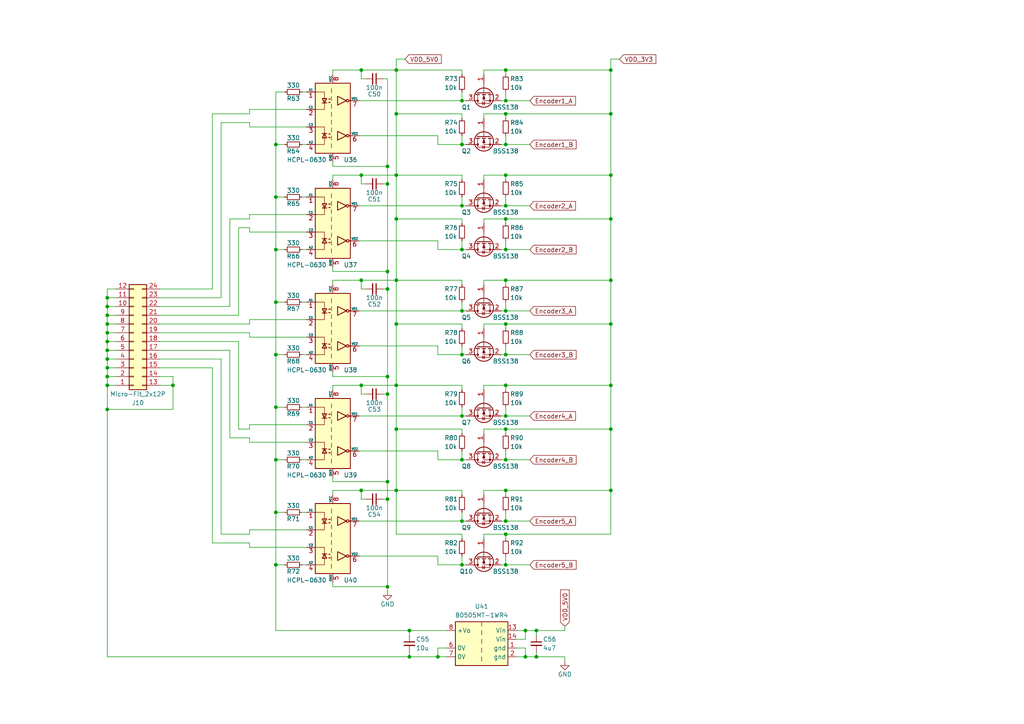
<source format=kicad_sch>
(kicad_sch (version 20231120) (generator "eeschema") (generator_version "8.0")
  (paper "A4")
  (lib_symbols
    (symbol "Connector_Generic:Conn_02x12_Odd_Even" (pin_names (offset 1.016) hide)
      (property "Reference" "J13" (at 1.27 17.78 0))
      (property "Value" "Micro-Fit_2x12P" (at 1.27 15.24 0))
      (symbol "Conn_02x12_Odd_Even_1_1"
        (pin passive line (at -5.08 12.7 0) (length 3.81) (name "Pin_1") (number "1"))
        (pin passive line (at -5.08 -10.16 0) (length 3.81) (name "Pin_19") (number "10"))
        (pin passive line (at -5.08 -12.7 0) (length 3.81) (name "Pin_21") (number "11"))
        (pin passive line (at -5.08 -15.24 0) (length 3.81) (name "Pin_23") (number "12"))
        (pin passive line (at 7.62 12.7 180) (length 3.81) (name "Pin_2") (number "13"))
        (pin passive line (at 7.62 10.16 180) (length 3.81) (name "Pin_4") (number "14"))
        (pin passive line (at 7.62 7.62 180) (length 3.81) (name "Pin_6") (number "15"))
        (pin passive line (at 7.62 5.08 180) (length 3.81) (name "Pin_8") (number "16"))
        (pin passive line (at 7.62 2.54 180) (length 3.81) (name "Pin_10") (number "17"))
        (pin passive line (at 7.62 0 180) (length 3.81) (name "Pin_12") (number "18"))
        (pin passive line (at 7.62 -2.54 180) (length 3.81) (name "Pin_14") (number "19"))
        (pin passive line (at -5.08 10.16 0) (length 3.81) (name "Pin_3") (number "2"))
        (pin passive line (at 7.62 -5.08 180) (length 3.81) (name "Pin_16") (number "20"))
        (pin passive line (at 7.62 -7.62 180) (length 3.81) (name "Pin_18") (number "21"))
        (pin passive line (at 7.62 -10.16 180) (length 3.81) (name "Pin_20") (number "22"))
        (pin passive line (at 7.62 -12.7 180) (length 3.81) (name "Pin_22") (number "23"))
        (pin passive line (at 7.62 -15.24 180) (length 3.81) (name "Pin_24") (number "24"))
        (pin passive line (at -5.08 7.62 0) (length 3.81) (name "Pin_5") (number "3"))
        (pin passive line (at -5.08 5.08 0) (length 3.81) (name "Pin_7") (number "4"))
        (pin passive line (at -5.08 2.54 0) (length 3.81) (name "Pin_9") (number "5"))
        (pin passive line (at -5.08 0 0) (length 3.81) (name "Pin_11") (number "6"))
        (pin passive line (at -5.08 -2.54 0) (length 3.81) (name "Pin_13") (number "7"))
        (pin passive line (at -5.08 -5.08 0) (length 3.81) (name "Pin_15") (number "8"))
        (pin passive line (at -5.08 -7.62 0) (length 3.81) (name "Pin_17") (number "9"))
      )
    )
    (symbol "Device:C_Small" (pin_numbers hide) (pin_names (offset 0.254) hide)
      (property "Reference" "C" (at 0.254 1.778 0))
      (property "Value" "C_Small" (at 0.254 -2.032 0))
      (symbol "C_Small_1_1"
        (pin passive line (at 0 2.54 270) (length 2.032) (name "~") (number "1"))
        (pin passive line (at 0 -2.54 90) (length 2.032) (name "~") (number "2"))
      )
    )
    (symbol "Device:R_Small" (pin_numbers hide) (pin_names (offset 0.254) hide)
      (property "Reference" "R" (at 0.762 0.508 0))
      (property "Value" "R_Small" (at 0.762 -1.016 0))
      (symbol "R_Small_1_1"
        (pin passive line (at 0 2.54 270) (length 0.762) (name "~") (number "1"))
        (pin passive line (at 0 -2.54 90) (length 0.762) (name "~") (number "2"))
      )
    )
    (symbol "ISO1050DUB_1"
      (property "Reference" "U4" (at 0 9.525 0))
      (property "Value" "ISO1050DUB" (at 0 6.985 0))
      (symbol "ISO1050DUB_1_1_1"
        (pin input line (at -10.16 -2.54 0) (length 2.54) (name "gnd") (number "1"))
        (pin power_in line (at -10.16 2.54 0) (length 2.54) (name "Vin") (number "13"))
        (pin output line (at -10.16 0 0) (length 2.54) (name "Vin") (number "14"))
        (pin power_in line (at -10.16 -5.08 0) (length 2.54) (name "gnd") (number "2"))
        (pin power_in line (at 10.16 -2.54 180) (length 2.54) (name "0V") (number "6"))
        (pin power_in line (at 10.16 -5.08 180) (length 2.54) (name "0V") (number "7"))
        (pin bidirectional line (at 10.16 2.54 180) (length 2.54) (name "+Vo") (number "8"))
      )
    )
    (symbol "Isolator:HCPL-0630" (pin_names (offset 0))
      (property "Reference" "U" (at -4.064 11.43 0))
      (property "Value" "HCPL-0630" (at 7.874 11.43 0))
      (symbol "HCPL-0630_1_1"
        (pin passive line (at -7.62 7.62 0) (length 2.54) (name "A1") (number "1"))
        (pin passive line (at -7.62 2.54 0) (length 2.54) (name "C1") (number "2"))
        (pin passive line (at -7.62 -2.54 0) (length 2.54) (name "C2") (number "3"))
        (pin passive line (at -7.62 -7.62 0) (length 2.54) (name "A2") (number "4"))
        (pin power_in line (at 0 -12.7 90) (length 2.54) (name "GND") (number "5"))
        (pin open_collector line (at 7.62 -5.08 180) (length 2.54) (name "VO2") (number "6"))
        (pin open_collector line (at 7.62 5.08 180) (length 2.54) (name "VO1") (number "7"))
        (pin power_in line (at 0 12.7 270) (length 2.54) (name "VCC") (number "8"))
      )
    )
    (symbol "Transistor_FET:BSS138" (pin_names hide)
      (property "Reference" "Q" (at 5.08 1.905 0))
      (property "Value" "BSS138" (at 5.08 0 0))
      (symbol "BSS138_1_1"
        (pin input line (at -5.08 0 0) (length 2.54) (name "G") (number "1"))
        (pin passive line (at 2.54 -5.08 90) (length 2.54) (name "S") (number "2"))
        (pin passive line (at 2.54 5.08 270) (length 2.54) (name "D") (number "3"))
      )
    )
    (symbol "power:GND" (power) (pin_names (offset 0))
      (property "Value" "GND" (at 0 -3.81 0))
      (symbol "GND_1_1"
        (pin power_in line (at 0 0 270) (length 0) hide (name "GND") (number "1"))
      )
    )
  )
  (junction (at 114.935 50.8))
  (junction (at 152.4 182.88))
  (junction (at 114.935 63.5))
  (junction (at 133.985 120.65))
  (junction (at 146.685 63.5))
  (junction (at 133.985 133.35))
  (junction (at 118.745 182.88))
  (junction (at 146.685 142.24))
  (junction (at 146.685 72.39))
  (junction (at 112.395 109.22))
  (junction (at 146.685 102.87))
  (junction (at 80.01 133.35))
  (junction (at 104.775 111.76))
  (junction (at 31.115 86.36))
  (junction (at 80.01 57.15))
  (junction (at 177.165 142.24))
  (junction (at 31.115 96.52))
  (junction (at 80.01 87.63))
  (junction (at 114.935 142.24))
  (junction (at 133.985 72.39))
  (junction (at 31.115 88.9))
  (junction (at 155.575 190.5))
  (junction (at 31.115 93.98))
  (junction (at 31.115 101.6))
  (junction (at 152.4 190.5))
  (junction (at 112.395 83.82))
  (junction (at 31.115 109.22))
  (junction (at 133.985 163.83))
  (junction (at 133.985 90.17))
  (junction (at 146.685 154.94))
  (junction (at 112.395 144.78))
  (junction (at 133.985 29.21))
  (junction (at 118.745 190.5))
  (junction (at 31.115 106.68))
  (junction (at 133.985 59.69))
  (junction (at 155.575 182.88))
  (junction (at 146.685 163.83))
  (junction (at 114.935 81.28))
  (junction (at 146.685 20.32))
  (junction (at 177.165 93.98))
  (junction (at 177.165 63.5))
  (junction (at 177.165 111.76))
  (junction (at 112.395 53.34))
  (junction (at 146.685 93.98))
  (junction (at 177.165 50.8))
  (junction (at 146.685 81.28))
  (junction (at 177.165 33.02))
  (junction (at 80.01 102.87))
  (junction (at 133.985 102.87))
  (junction (at 177.165 81.28))
  (junction (at 112.395 170.18))
  (junction (at 146.685 111.76))
  (junction (at 104.775 142.24))
  (junction (at 146.685 33.02))
  (junction (at 146.685 133.35))
  (junction (at 133.985 151.13))
  (junction (at 112.395 78.74))
  (junction (at 104.775 50.8))
  (junction (at 80.01 163.83))
  (junction (at 31.115 99.06))
  (junction (at 114.935 93.98))
  (junction (at 104.775 81.28))
  (junction (at 80.01 148.59))
  (junction (at 146.685 124.46))
  (junction (at 146.685 90.17))
  (junction (at 80.01 72.39))
  (junction (at 177.165 20.32))
  (junction (at 177.165 124.46))
  (junction (at 146.685 29.21))
  (junction (at 31.115 111.76))
  (junction (at 133.985 41.91))
  (junction (at 114.935 20.32))
  (junction (at 112.395 48.26))
  (junction (at 146.685 50.8))
  (junction (at 80.01 118.11))
  (junction (at 104.775 20.32))
  (junction (at 112.395 114.3))
  (junction (at 80.01 41.91))
  (junction (at 146.685 41.91))
  (junction (at 31.115 91.44))
  (junction (at 50.165 111.76))
  (junction (at 146.685 151.13))
  (junction (at 31.115 118.745))
  (junction (at 146.685 59.69))
  (junction (at 114.935 124.46))
  (junction (at 31.115 104.14))
  (junction (at 114.935 33.02))
  (junction (at 112.395 139.7))
  (junction (at 146.685 120.65))
  (junction (at 114.935 111.76))
  (junction (at 127 190.5))
  (wire (pts (xy 96.52 20.32) (xy 104.775 20.32)))
  (wire (pts (xy 133.985 102.87) (xy 133.985 100.33)))
  (wire (pts (xy 104.14 90.17) (xy 133.985 90.17)))
  (wire (pts (xy 96.52 50.8) (xy 104.775 50.8)))
  (wire (pts (xy 133.985 113.03) (xy 133.985 111.76)))
  (wire (pts (xy 140.335 50.8) (xy 146.685 50.8)))
  (wire (pts (xy 33.655 86.36) (xy 31.115 86.36)))
  (wire (pts (xy 72.39 158.75) (xy 72.39 157.48)))
  (wire (pts (xy 114.935 142.24) (xy 114.935 124.46)))
  (wire (pts (xy 80.01 87.63) (xy 80.01 102.87)))
  (wire (pts (xy 140.335 124.46) (xy 146.685 124.46)))
  (wire (pts (xy 46.355 96.52) (xy 72.39 96.52)))
  (wire (pts (xy 114.935 17.145) (xy 114.935 20.32)))
  (wire (pts (xy 31.115 93.98) (xy 31.115 96.52)))
  (wire (pts (xy 135.255 163.83) (xy 133.985 163.83)))
  (wire (pts (xy 64.135 154.94) (xy 72.39 154.94)))
  (wire (pts (xy 129.54 187.96) (xy 127 187.96)))
  (wire (pts (xy 88.9 92.71) (xy 72.39 92.71)))
  (wire (pts (xy 146.685 93.98) (xy 177.165 93.98)))
  (wire (pts (xy 106.045 22.86) (xy 104.775 22.86)))
  (wire (pts (xy 133.985 34.29) (xy 133.985 33.02)))
  (wire (pts (xy 80.01 41.91) (xy 82.55 41.91)))
  (wire (pts (xy 88.9 67.31) (xy 72.39 67.31)))
  (wire (pts (xy 80.01 26.67) (xy 80.01 41.91)))
  (wire (pts (xy 140.335 63.5) (xy 146.685 63.5)))
  (wire (pts (xy 31.115 96.52) (xy 31.115 99.06)))
  (wire (pts (xy 127 161.29) (xy 127 163.83)))
  (wire (pts (xy 66.675 63.5) (xy 72.39 63.5)))
  (wire (pts (xy 140.335 156.21) (xy 140.335 154.94)))
  (wire (pts (xy 155.575 190.5) (xy 163.83 190.5)))
  (wire (pts (xy 146.685 90.17) (xy 146.685 87.63)))
  (wire (pts (xy 66.675 101.6) (xy 46.355 101.6)))
  (wire (pts (xy 152.4 182.88) (xy 155.575 182.88)))
  (wire (pts (xy 127 187.96) (xy 127 190.5)))
  (wire (pts (xy 135.255 90.17) (xy 133.985 90.17)))
  (wire (pts (xy 87.63 118.11) (xy 88.9 118.11)))
  (wire (pts (xy 46.355 104.14) (xy 64.135 104.14)))
  (wire (pts (xy 146.685 154.94) (xy 146.685 156.21)))
  (wire (pts (xy 114.935 33.02) (xy 114.935 20.32)))
  (wire (pts (xy 104.775 50.8) (xy 114.935 50.8)))
  (wire (pts (xy 146.685 102.87) (xy 146.685 100.33)))
  (wire (pts (xy 80.01 148.59) (xy 80.01 163.83)))
  (wire (pts (xy 177.165 93.98) (xy 177.165 111.76)))
  (wire (pts (xy 140.335 82.55) (xy 140.335 81.28)))
  (wire (pts (xy 104.775 114.3) (xy 104.775 111.76)))
  (wire (pts (xy 146.685 29.21) (xy 153.67 29.21)))
  (wire (pts (xy 96.52 107.95) (xy 96.52 109.22)))
  (wire (pts (xy 177.165 63.5) (xy 177.165 81.28)))
  (wire (pts (xy 133.985 133.35) (xy 133.985 130.81)))
  (wire (pts (xy 96.52 48.26) (xy 112.395 48.26)))
  (wire (pts (xy 61.595 157.48) (xy 61.595 106.68)))
  (wire (pts (xy 80.01 163.83) (xy 82.55 163.83)))
  (wire (pts (xy 146.685 63.5) (xy 146.685 64.77)))
  (wire (pts (xy 33.655 106.68) (xy 31.115 106.68)))
  (wire (pts (xy 66.675 127) (xy 66.675 101.6)))
  (wire (pts (xy 135.255 133.35) (xy 133.985 133.35)))
  (wire (pts (xy 31.115 104.14) (xy 31.115 106.68)))
  (wire (pts (xy 146.685 72.39) (xy 146.685 69.85)))
  (wire (pts (xy 106.045 114.3) (xy 104.775 114.3)))
  (wire (pts (xy 145.415 29.21) (xy 146.685 29.21)))
  (wire (pts (xy 104.14 59.69) (xy 133.985 59.69)))
  (wire (pts (xy 127 72.39) (xy 133.985 72.39)))
  (wire (pts (xy 80.01 163.83) (xy 80.01 182.88)))
  (wire (pts (xy 46.355 83.82) (xy 61.595 83.82)))
  (wire (pts (xy 80.01 118.11) (xy 82.55 118.11)))
  (wire (pts (xy 163.83 181.61) (xy 163.83 182.88)))
  (wire (pts (xy 133.985 90.17) (xy 133.985 87.63)))
  (wire (pts (xy 155.575 189.23) (xy 155.575 190.5)))
  (wire (pts (xy 140.335 81.28) (xy 146.685 81.28)))
  (wire (pts (xy 112.395 78.74) (xy 112.395 83.82)))
  (wire (pts (xy 111.125 144.78) (xy 112.395 144.78)))
  (wire (pts (xy 112.395 114.3) (xy 112.395 139.7)))
  (wire (pts (xy 88.9 62.23) (xy 72.39 62.23)))
  (wire (pts (xy 111.125 22.86) (xy 112.395 22.86)))
  (wire (pts (xy 61.595 157.48) (xy 72.39 157.48)))
  (wire (pts (xy 133.985 29.21) (xy 133.985 26.67)))
  (wire (pts (xy 140.335 33.02) (xy 146.685 33.02)))
  (wire (pts (xy 112.395 170.18) (xy 112.395 171.45)))
  (wire (pts (xy 114.935 81.28) (xy 114.935 63.5)))
  (wire (pts (xy 146.685 111.76) (xy 146.685 113.03)))
  (wire (pts (xy 146.685 50.8) (xy 146.685 52.07)))
  (wire (pts (xy 72.39 97.79) (xy 72.39 96.52)))
  (wire (pts (xy 88.9 158.75) (xy 72.39 158.75)))
  (wire (pts (xy 135.255 151.13) (xy 133.985 151.13)))
  (wire (pts (xy 72.39 67.31) (xy 72.39 66.04)))
  (wire (pts (xy 72.39 153.67) (xy 72.39 154.94)))
  (wire (pts (xy 145.415 41.91) (xy 146.685 41.91)))
  (wire (pts (xy 104.775 81.28) (xy 114.935 81.28)))
  (wire (pts (xy 72.39 66.04) (xy 69.215 66.04)))
  (wire (pts (xy 80.01 118.11) (xy 80.01 133.35)))
  (wire (pts (xy 33.655 109.22) (xy 31.115 109.22)))
  (wire (pts (xy 104.775 83.82) (xy 104.775 81.28)))
  (wire (pts (xy 114.935 20.32) (xy 133.985 20.32)))
  (wire (pts (xy 104.14 120.65) (xy 133.985 120.65)))
  (wire (pts (xy 135.255 29.21) (xy 133.985 29.21)))
  (wire (pts (xy 140.335 154.94) (xy 146.685 154.94)))
  (wire (pts (xy 145.415 90.17) (xy 146.685 90.17)))
  (wire (pts (xy 61.595 106.68) (xy 46.355 106.68)))
  (wire (pts (xy 104.14 161.29) (xy 127 161.29)))
  (wire (pts (xy 118.745 182.88) (xy 129.54 182.88)))
  (wire (pts (xy 146.685 63.5) (xy 177.165 63.5)))
  (wire (pts (xy 118.745 182.88) (xy 118.745 184.15)))
  (wire (pts (xy 96.52 77.47) (xy 96.52 78.74)))
  (wire (pts (xy 66.675 127) (xy 72.39 127)))
  (wire (pts (xy 104.14 29.21) (xy 133.985 29.21)))
  (wire (pts (xy 146.685 41.91) (xy 146.685 39.37)))
  (wire (pts (xy 177.165 20.32) (xy 177.165 33.02)))
  (wire (pts (xy 114.935 154.94) (xy 114.935 142.24)))
  (wire (pts (xy 140.335 52.07) (xy 140.335 50.8)))
  (wire (pts (xy 96.52 52.07) (xy 96.52 50.8)))
  (wire (pts (xy 46.355 99.06) (xy 69.215 99.06)))
  (wire (pts (xy 133.985 125.73) (xy 133.985 124.46)))
  (wire (pts (xy 69.215 99.06) (xy 69.215 124.46)))
  (wire (pts (xy 133.985 93.98) (xy 114.935 93.98)))
  (wire (pts (xy 96.52 168.91) (xy 96.52 170.18)))
  (wire (pts (xy 111.125 83.82) (xy 112.395 83.82)))
  (wire (pts (xy 31.115 88.9) (xy 31.115 91.44)))
  (wire (pts (xy 87.63 72.39) (xy 88.9 72.39)))
  (wire (pts (xy 88.9 123.19) (xy 72.39 123.19)))
  (wire (pts (xy 104.14 69.85) (xy 127 69.85)))
  (wire (pts (xy 133.985 81.28) (xy 114.935 81.28)))
  (wire (pts (xy 96.52 78.74) (xy 112.395 78.74)))
  (wire (pts (xy 72.39 124.46) (xy 69.215 124.46)))
  (wire (pts (xy 104.775 142.24) (xy 114.935 142.24)))
  (wire (pts (xy 135.255 59.69) (xy 133.985 59.69)))
  (wire (pts (xy 80.01 72.39) (xy 80.01 87.63)))
  (wire (pts (xy 146.685 142.24) (xy 177.165 142.24)))
  (wire (pts (xy 96.52 113.03) (xy 96.52 111.76)))
  (wire (pts (xy 177.165 81.28) (xy 177.165 93.98)))
  (wire (pts (xy 135.255 72.39) (xy 133.985 72.39)))
  (wire (pts (xy 146.685 124.46) (xy 177.165 124.46)))
  (wire (pts (xy 133.985 64.77) (xy 133.985 63.5)))
  (wire (pts (xy 127 130.81) (xy 127 133.35)))
  (wire (pts (xy 64.135 104.14) (xy 64.135 154.94)))
  (wire (pts (xy 87.63 133.35) (xy 88.9 133.35)))
  (wire (pts (xy 145.415 102.87) (xy 146.685 102.87)))
  (wire (pts (xy 133.985 120.65) (xy 133.985 118.11)))
  (wire (pts (xy 140.335 93.98) (xy 146.685 93.98)))
  (wire (pts (xy 31.115 101.6) (xy 31.115 104.14)))
  (wire (pts (xy 146.685 133.35) (xy 146.685 130.81)))
  (wire (pts (xy 31.115 111.76) (xy 33.655 111.76)))
  (wire (pts (xy 72.39 128.27) (xy 72.39 127)))
  (wire (pts (xy 87.63 57.15) (xy 88.9 57.15)))
  (wire (pts (xy 133.985 52.07) (xy 133.985 50.8)))
  (wire (pts (xy 146.685 93.98) (xy 146.685 95.25)))
  (wire (pts (xy 145.415 59.69) (xy 146.685 59.69)))
  (wire (pts (xy 114.935 93.98) (xy 114.935 81.28)))
  (wire (pts (xy 127 69.85) (xy 127 72.39)))
  (wire (pts (xy 33.655 93.98) (xy 31.115 93.98)))
  (wire (pts (xy 146.685 124.46) (xy 146.685 125.73)))
  (wire (pts (xy 104.775 22.86) (xy 104.775 20.32)))
  (wire (pts (xy 133.985 63.5) (xy 114.935 63.5)))
  (wire (pts (xy 133.985 156.21) (xy 133.985 154.94)))
  (wire (pts (xy 33.655 101.6) (xy 31.115 101.6)))
  (wire (pts (xy 104.775 144.78) (xy 104.775 142.24)))
  (wire (pts (xy 155.575 182.88) (xy 163.83 182.88)))
  (wire (pts (xy 146.685 133.35) (xy 153.67 133.35)))
  (wire (pts (xy 177.165 50.8) (xy 177.165 63.5)))
  (wire (pts (xy 96.52 82.55) (xy 96.52 81.28)))
  (wire (pts (xy 106.045 53.34) (xy 104.775 53.34)))
  (wire (pts (xy 146.685 120.65) (xy 153.67 120.65)))
  (wire (pts (xy 133.985 154.94) (xy 114.935 154.94)))
  (wire (pts (xy 61.595 33.02) (xy 72.39 33.02)))
  (wire (pts (xy 140.335 34.29) (xy 140.335 33.02)))
  (wire (pts (xy 80.01 148.59) (xy 82.55 148.59)))
  (wire (pts (xy 133.985 95.25) (xy 133.985 93.98)))
  (wire (pts (xy 80.01 182.88) (xy 118.745 182.88)))
  (wire (pts (xy 66.675 63.5) (xy 66.675 88.9)))
  (wire (pts (xy 87.63 148.59) (xy 88.9 148.59)))
  (wire (pts (xy 31.115 111.76) (xy 31.115 118.745)))
  (wire (pts (xy 112.395 83.82) (xy 112.395 109.22)))
  (wire (pts (xy 127 163.83) (xy 133.985 163.83)))
  (wire (pts (xy 80.01 72.39) (xy 82.55 72.39)))
  (wire (pts (xy 64.135 35.56) (xy 72.39 35.56)))
  (wire (pts (xy 96.52 142.24) (xy 104.775 142.24)))
  (wire (pts (xy 140.335 111.76) (xy 146.685 111.76)))
  (wire (pts (xy 179.705 17.145) (xy 177.165 17.145)))
  (wire (pts (xy 46.355 111.76) (xy 50.165 111.76)))
  (wire (pts (xy 96.52 139.7) (xy 112.395 139.7)))
  (wire (pts (xy 72.39 36.83) (xy 72.39 35.56)))
  (wire (pts (xy 96.52 138.43) (xy 96.52 139.7)))
  (wire (pts (xy 33.655 88.9) (xy 31.115 88.9)))
  (wire (pts (xy 46.355 109.22) (xy 50.165 109.22)))
  (wire (pts (xy 114.935 124.46) (xy 114.935 111.76)))
  (wire (pts (xy 146.685 72.39) (xy 153.67 72.39)))
  (wire (pts (xy 146.685 20.32) (xy 146.685 21.59)))
  (wire (pts (xy 87.63 102.87) (xy 88.9 102.87)))
  (wire (pts (xy 133.985 142.24) (xy 114.935 142.24)))
  (wire (pts (xy 96.52 21.59) (xy 96.52 20.32)))
  (wire (pts (xy 114.935 50.8) (xy 114.935 33.02)))
  (wire (pts (xy 112.395 48.26) (xy 112.395 53.34)))
  (wire (pts (xy 133.985 111.76) (xy 114.935 111.76)))
  (wire (pts (xy 50.165 111.76) (xy 50.165 118.745)))
  (wire (pts (xy 112.395 22.86) (xy 112.395 48.26)))
  (wire (pts (xy 96.52 111.76) (xy 104.775 111.76)))
  (wire (pts (xy 146.685 33.02) (xy 146.685 34.29)))
  (wire (pts (xy 177.165 142.24) (xy 177.165 154.94)))
  (wire (pts (xy 72.39 31.75) (xy 72.39 33.02)))
  (wire (pts (xy 133.985 21.59) (xy 133.985 20.32)))
  (wire (pts (xy 152.4 185.42) (xy 152.4 182.88)))
  (wire (pts (xy 163.83 190.5) (xy 163.83 191.77)))
  (wire (pts (xy 177.165 33.02) (xy 177.165 50.8)))
  (wire (pts (xy 146.685 120.65) (xy 146.685 118.11)))
  (wire (pts (xy 149.86 187.96) (xy 152.4 187.96)))
  (wire (pts (xy 31.115 106.68) (xy 31.115 109.22)))
  (wire (pts (xy 112.395 53.34) (xy 112.395 78.74)))
  (wire (pts (xy 80.01 57.15) (xy 82.55 57.15)))
  (wire (pts (xy 127 102.87) (xy 133.985 102.87)))
  (wire (pts (xy 104.14 39.37) (xy 127 39.37)))
  (wire (pts (xy 146.685 29.21) (xy 146.685 26.67)))
  (wire (pts (xy 133.985 143.51) (xy 133.985 142.24)))
  (wire (pts (xy 146.685 163.83) (xy 153.67 163.83)))
  (wire (pts (xy 133.985 163.83) (xy 133.985 161.29)))
  (wire (pts (xy 140.335 95.25) (xy 140.335 93.98)))
  (wire (pts (xy 146.685 151.13) (xy 153.67 151.13)))
  (wire (pts (xy 111.125 53.34) (xy 112.395 53.34)))
  (wire (pts (xy 72.39 123.19) (xy 72.39 124.46)))
  (wire (pts (xy 177.165 111.76) (xy 177.165 124.46)))
  (wire (pts (xy 146.685 142.24) (xy 146.685 143.51)))
  (wire (pts (xy 146.685 81.28) (xy 177.165 81.28)))
  (wire (pts (xy 127 39.37) (xy 127 41.91)))
  (wire (pts (xy 72.39 92.71) (xy 72.39 93.98)))
  (wire (pts (xy 80.01 87.63) (xy 82.55 87.63)))
  (wire (pts (xy 133.985 41.91) (xy 133.985 39.37)))
  (wire (pts (xy 133.985 82.55) (xy 133.985 81.28)))
  (wire (pts (xy 145.415 120.65) (xy 146.685 120.65)))
  (wire (pts (xy 88.9 153.67) (xy 72.39 153.67)))
  (wire (pts (xy 87.63 26.67) (xy 88.9 26.67)))
  (wire (pts (xy 50.165 118.745) (xy 31.115 118.745)))
  (wire (pts (xy 96.52 81.28) (xy 104.775 81.28)))
  (wire (pts (xy 66.675 88.9) (xy 46.355 88.9)))
  (wire (pts (xy 146.685 50.8) (xy 177.165 50.8)))
  (wire (pts (xy 146.685 59.69) (xy 153.67 59.69)))
  (wire (pts (xy 146.685 151.13) (xy 146.685 148.59)))
  (wire (pts (xy 87.63 41.91) (xy 88.9 41.91)))
  (wire (pts (xy 80.01 133.35) (xy 80.01 148.59)))
  (wire (pts (xy 80.01 133.35) (xy 82.55 133.35)))
  (wire (pts (xy 31.115 190.5) (xy 118.745 190.5)))
  (wire (pts (xy 104.775 111.76) (xy 114.935 111.76)))
  (wire (pts (xy 111.125 114.3) (xy 112.395 114.3)))
  (wire (pts (xy 112.395 109.22) (xy 112.395 114.3)))
  (wire (pts (xy 96.52 143.51) (xy 96.52 142.24)))
  (wire (pts (xy 31.115 83.82) (xy 31.115 86.36)))
  (wire (pts (xy 104.775 53.34) (xy 104.775 50.8)))
  (wire (pts (xy 145.415 163.83) (xy 146.685 163.83)))
  (wire (pts (xy 88.9 31.75) (xy 72.39 31.75)))
  (wire (pts (xy 145.415 133.35) (xy 146.685 133.35)))
  (wire (pts (xy 80.01 102.87) (xy 82.55 102.87)))
  (wire (pts (xy 146.685 111.76) (xy 177.165 111.76)))
  (wire (pts (xy 87.63 163.83) (xy 88.9 163.83)))
  (wire (pts (xy 140.335 143.51) (xy 140.335 142.24)))
  (wire (pts (xy 145.415 151.13) (xy 146.685 151.13)))
  (wire (pts (xy 31.115 86.36) (xy 31.115 88.9)))
  (wire (pts (xy 106.045 144.78) (xy 104.775 144.78)))
  (wire (pts (xy 127 133.35) (xy 133.985 133.35)))
  (wire (pts (xy 133.985 59.69) (xy 133.985 57.15)))
  (wire (pts (xy 133.985 50.8) (xy 114.935 50.8)))
  (wire (pts (xy 146.685 163.83) (xy 146.685 161.29)))
  (wire (pts (xy 46.355 93.98) (xy 72.39 93.98)))
  (wire (pts (xy 96.52 170.18) (xy 112.395 170.18)))
  (wire (pts (xy 31.115 83.82) (xy 33.655 83.82)))
  (wire (pts (xy 31.115 109.22) (xy 31.115 111.76)))
  (wire (pts (xy 118.745 189.23) (xy 118.745 190.5)))
  (wire (pts (xy 80.01 41.91) (xy 80.01 57.15)))
  (wire (pts (xy 149.86 185.42) (xy 152.4 185.42)))
  (wire (pts (xy 80.01 57.15) (xy 80.01 72.39)))
  (wire (pts (xy 46.355 91.44) (xy 69.215 91.44)))
  (wire (pts (xy 50.165 109.22) (xy 50.165 111.76)))
  (wire (pts (xy 152.4 190.5) (xy 155.575 190.5)))
  (wire (pts (xy 146.685 90.17) (xy 153.67 90.17)))
  (wire (pts (xy 127 190.5) (xy 129.54 190.5)))
  (wire (pts (xy 146.685 81.28) (xy 146.685 82.55)))
  (wire (pts (xy 155.575 182.88) (xy 155.575 184.15)))
  (wire (pts (xy 146.685 20.32) (xy 177.165 20.32)))
  (wire (pts (xy 118.745 190.5) (xy 127 190.5)))
  (wire (pts (xy 146.685 154.94) (xy 177.165 154.94)))
  (wire (pts (xy 88.9 36.83) (xy 72.39 36.83)))
  (wire (pts (xy 31.115 99.06) (xy 31.115 101.6)))
  (wire (pts (xy 127 100.33) (xy 127 102.87)))
  (wire (pts (xy 96.52 46.99) (xy 96.52 48.26)))
  (wire (pts (xy 146.685 41.91) (xy 153.67 41.91)))
  (wire (pts (xy 135.255 102.87) (xy 133.985 102.87)))
  (wire (pts (xy 104.14 130.81) (xy 127 130.81)))
  (wire (pts (xy 33.655 91.44) (xy 31.115 91.44)))
  (wire (pts (xy 133.985 33.02) (xy 114.935 33.02)))
  (wire (pts (xy 104.14 151.13) (xy 133.985 151.13)))
  (wire (pts (xy 146.685 59.69) (xy 146.685 57.15)))
  (wire (pts (xy 72.39 62.23) (xy 72.39 63.5)))
  (wire (pts (xy 133.985 72.39) (xy 133.985 69.85)))
  (wire (pts (xy 88.9 128.27) (xy 72.39 128.27)))
  (wire (pts (xy 149.86 190.5) (xy 152.4 190.5)))
  (wire (pts (xy 117.475 17.145) (xy 114.935 17.145)))
  (wire (pts (xy 140.335 20.32) (xy 146.685 20.32)))
  (wire (pts (xy 133.985 124.46) (xy 114.935 124.46)))
  (wire (pts (xy 33.655 96.52) (xy 31.115 96.52)))
  (wire (pts (xy 140.335 142.24) (xy 146.685 142.24)))
  (wire (pts (xy 46.355 86.36) (xy 64.135 86.36)))
  (wire (pts (xy 61.595 83.82) (xy 61.595 33.02)))
  (wire (pts (xy 152.4 187.96) (xy 152.4 190.5)))
  (wire (pts (xy 31.115 91.44) (xy 31.115 93.98)))
  (wire (pts (xy 177.165 17.145) (xy 177.165 20.32)))
  (wire (pts (xy 106.045 83.82) (xy 104.775 83.82)))
  (wire (pts (xy 146.685 33.02) (xy 177.165 33.02)))
  (wire (pts (xy 87.63 87.63) (xy 88.9 87.63)))
  (wire (pts (xy 31.115 118.745) (xy 31.115 190.5)))
  (wire (pts (xy 33.655 104.14) (xy 31.115 104.14)))
  (wire (pts (xy 145.415 72.39) (xy 146.685 72.39)))
  (wire (pts (xy 114.935 63.5) (xy 114.935 50.8)))
  (wire (pts (xy 127 41.91) (xy 133.985 41.91)))
  (wire (pts (xy 140.335 64.77) (xy 140.335 63.5)))
  (wire (pts (xy 33.655 99.06) (xy 31.115 99.06)))
  (wire (pts (xy 112.395 144.78) (xy 112.395 170.18)))
  (wire (pts (xy 140.335 21.59) (xy 140.335 20.32)))
  (wire (pts (xy 104.14 100.33) (xy 127 100.33)))
  (wire (pts (xy 149.86 182.88) (xy 152.4 182.88)))
  (wire (pts (xy 140.335 113.03) (xy 140.335 111.76)))
  (wire (pts (xy 96.52 109.22) (xy 112.395 109.22)))
  (wire (pts (xy 140.335 125.73) (xy 140.335 124.46)))
  (wire (pts (xy 135.255 120.65) (xy 133.985 120.65)))
  (wire (pts (xy 114.935 111.76) (xy 114.935 93.98)))
  (wire (pts (xy 133.985 151.13) (xy 133.985 148.59)))
  (wire (pts (xy 88.9 97.79) (xy 72.39 97.79)))
  (wire (pts (xy 146.685 102.87) (xy 153.67 102.87)))
  (wire (pts (xy 112.395 139.7) (xy 112.395 144.78)))
  (wire (pts (xy 104.775 20.32) (xy 114.935 20.32)))
  (wire (pts (xy 64.135 86.36) (xy 64.135 35.56)))
  (wire (pts (xy 80.01 102.87) (xy 80.01 118.11)))
  (wire (pts (xy 177.165 124.46) (xy 177.165 142.24)))
  (wire (pts (xy 80.01 26.67) (xy 82.55 26.67)))
  (wire (pts (xy 69.215 66.04) (xy 69.215 91.44)))
  (wire (pts (xy 135.255 41.91) (xy 133.985 41.91)))
  (global_label "VDD_5V0" (shape input) (at 163.83 181.61 90) (property "Intersheetrefs" "${INTERSHEET_REFS}" (effects (hide yes))))
  (global_label "Encoder3_A" (shape input) (at 153.67 90.17 0) (property "Intersheetrefs" "${INTERSHEET_REFS}" (effects (hide yes))))
  (global_label "VDD_5V0" (shape input) (at 117.475 17.145 0) (property "Intersheetrefs" "${INTERSHEET_REFS}" (effects (hide yes))))
  (global_label "Encoder4_B" (shape input) (at 153.67 133.35 0) (property "Intersheetrefs" "${INTERSHEET_REFS}" (effects (hide yes))))
  (global_label "Encoder2_A" (shape input) (at 153.67 59.69 0) (property "Intersheetrefs" "${INTERSHEET_REFS}" (effects (hide yes))))
  (global_label "Encoder1_A" (shape input) (at 153.67 29.21 0) (property "Intersheetrefs" "${INTERSHEET_REFS}" (effects (hide yes))))
  (global_label "VDD_3V3" (shape input) (at 179.705 17.145 0) (property "Intersheetrefs" "${INTERSHEET_REFS}" (effects (hide yes))))
  (global_label "Encoder1_B" (shape input) (at 153.67 41.91 0) (property "Intersheetrefs" "${INTERSHEET_REFS}" (effects (hide yes))))
  (global_label "Encoder5_A" (shape input) (at 153.67 151.13 0) (property "Intersheetrefs" "${INTERSHEET_REFS}" (effects (hide yes))))
  (global_label "Encoder3_B" (shape input) (at 153.67 102.87 0) (property "Intersheetrefs" "${INTERSHEET_REFS}" (effects (hide yes))))
  (global_label "Encoder4_A" (shape input) (at 153.67 120.65 0) (property "Intersheetrefs" "${INTERSHEET_REFS}" (effects (hide yes))))
  (global_label "Encoder2_B" (shape input) (at 153.67 72.39 0) (property "Intersheetrefs" "${INTERSHEET_REFS}" (effects (hide yes))))
  (global_label "Encoder5_B" (shape input) (at 153.67 163.83 0) (property "Intersheetrefs" "${INTERSHEET_REFS}" (effects (hide yes))))
  (symbol (lib_id "Device:R_Small") (at 85.09 148.59 90) (unit 1)
    (property "Reference" "R71" (at 85.09 150.495 90))
    (property "Value" "330" (at 85.09 146.685 90))
    (property "Footprint" "Resistor_SMD:R_0603_1608Metric" (effects (hide yes)))
    (property "Ссылка" "https://www.chipdip.ru/product/0.1w-0603-330-om-1" (effects (hide yes)))
    (property "Цена" "5" (effects (hide yes)))
    (property "Человекопонятное название" "Резистор 330 Ом" (effects (hide yes)))
  )
  (symbol (lib_id "Device:R_Small") (at 85.09 26.67 90) (unit 1)
    (property "Reference" "R63" (at 85.09 28.575 90))
    (property "Value" "330" (at 85.09 24.765 90))
    (property "Footprint" "Resistor_SMD:R_0603_1608Metric" (effects (hide yes)))
    (property "Ссылка" "https://www.chipdip.ru/product/0.1w-0603-330-om-1" (effects (hide yes)))
    (property "Цена" "5" (effects (hide yes)))
    (property "Человекопонятное название" "Резистор 330 Ом" (effects (hide yes)))
  )
  (symbol (lib_id "Transistor_FET:BSS138") (at 140.335 26.67 90) (mirror x) (unit 1)
    (property "Reference" "Q1" (at 135.255 31.115 90))
    (property "Value" "BSS138" (at 146.685 31.115 90))
    (property "Footprint" "Package_TO_SOT_SMD:SOT-23" (effects (hide yes)))
    (property "Datasheet" "https://www.onsemi.com/pub/Collateral/BSS138-D.PDF" (effects (hide yes)))
    (property "Ссылка" "https://www.chipdip.ru/product/bss138-umw" (effects (hide yes)))
    (property "Цена" "3" (effects (hide yes)))
    (property "Человекопонятное название" "Транзистор полевой n типа" (effects (hide yes)))
  )
  (symbol (lib_id "Device:R_Small") (at 146.685 67.31 0) (unit 1)
    (property "Reference" "R86" (at 147.955 66.04 0) (effects (justify left)))
    (property "Value" "10k" (at 147.955 68.58 0) (effects (justify left)))
    (property "Footprint" "Resistor_SMD:R_0805_2012Metric" (effects (hide yes)))
    (property "Ссылка" "https://www.chipdip.ru/product/0.125w-0805-10-kom-5" (effects (hide yes)))
    (property "Цена" "5" (effects (hide yes)))
    (property "Человекопонятное название" "Резистор 10k Ом" (effects (hide yes)))
  )
  (symbol (lib_name "ISO1050DUB_1") (lib_id "Interface_CAN_LIN:ISO1050DUB") (at 139.7 185.42 0) (mirror y) (unit 1)
    (property "Reference" "U41" (at 139.7 175.895 0))
    (property "Value" "B0505MT-1WR4" (at 139.7 178.435 0))
    (property "Footprint" "user_lib:B0505MT-1WR4" (effects (hide yes)))
    (property "Ссылка" "https://www.chipdip.ru/product0/8003333290" (effects (hide yes)))
    (property "Цена" "120" (effects (hide yes)))
    (property "Человекопонятное название" "DC/DC преобразователь" (effects (hide yes)))
  )
  (symbol (lib_id "Isolator:HCPL-0630") (at 96.52 34.29 0) (unit 1)
    (property "Reference" "U36" (at 99.695 46.355 0) (effects (justify left)))
    (property "Value" "HCPL-0630" (at 83.185 46.355 0) (effects (justify left)))
    (property "Footprint" "Package_SO:SOIC-8_3.9x4.9mm_P1.27mm" (effects (hide yes)))
    (property "Datasheet" "https://docs.broadcom.com/docs/AV02-0940EN" (effects (hide yes)))
    (property "Человекопонятное название" "Оптопара двухканальная с логическими уровнями на выходе" (effects (hide yes)))
  )
  (symbol (lib_id "Device:R_Small") (at 133.985 158.75 0) (unit 1)
    (property "Reference" "R82" (at 128.905 157.48 0) (effects (justify left)))
    (property "Value" "10k" (at 128.905 160.02 0) (effects (justify left)))
    (property "Footprint" "Resistor_SMD:R_0805_2012Metric" (effects (hide yes)))
    (property "Ссылка" "https://www.chipdip.ru/product/0.125w-0805-10-kom-5" (effects (hide yes)))
    (property "Цена" "5" (effects (hide yes)))
    (property "Человекопонятное название" "Резистор 10k Ом" (effects (hide yes)))
  )
  (symbol (lib_id "Device:R_Small") (at 85.09 87.63 90) (unit 1)
    (property "Reference" "R67" (at 85.09 89.535 90))
    (property "Value" "330" (at 85.09 85.725 90))
    (property "Footprint" "Resistor_SMD:R_0603_1608Metric" (effects (hide yes)))
    (property "Ссылка" "https://www.chipdip.ru/product/0.1w-0603-330-om-1" (effects (hide yes)))
    (property "Цена" "5" (effects (hide yes)))
    (property "Человекопонятное название" "Резистор 330 Ом" (effects (hide yes)))
  )
  (symbol (lib_id "Device:R_Small") (at 133.985 146.05 0) (unit 1)
    (property "Reference" "R81" (at 128.905 144.78 0) (effects (justify left)))
    (property "Value" "10k" (at 128.905 147.32 0) (effects (justify left)))
    (property "Footprint" "Resistor_SMD:R_0805_2012Metric" (effects (hide yes)))
    (property "Ссылка" "https://www.chipdip.ru/product/0.125w-0805-10-kom-5" (effects (hide yes)))
    (property "Цена" "5" (effects (hide yes)))
    (property "Человекопонятное название" "Резистор 10k Ом" (effects (hide yes)))
  )
  (symbol (lib_id "Transistor_FET:BSS138") (at 140.335 87.63 90) (mirror x) (unit 1)
    (property "Reference" "Q5" (at 135.255 92.075 90))
    (property "Value" "BSS138" (at 146.685 92.075 90))
    (property "Footprint" "Package_TO_SOT_SMD:SOT-23" (effects (hide yes)))
    (property "Datasheet" "https://www.onsemi.com/pub/Collateral/BSS138-D.PDF" (effects (hide yes)))
    (property "Ссылка" "https://www.chipdip.ru/product/bss138-umw" (effects (hide yes)))
    (property "Цена" "3" (effects (hide yes)))
    (property "Человекопонятное название" "Транзистор полевой n типа" (effects (hide yes)))
  )
  (symbol (lib_id "Transistor_FET:BSS138") (at 140.335 69.85 90) (mirror x) (unit 1)
    (property "Reference" "Q4" (at 135.255 74.295 90))
    (property "Value" "BSS138" (at 146.685 74.295 90))
    (property "Footprint" "Package_TO_SOT_SMD:SOT-23" (effects (hide yes)))
    (property "Datasheet" "https://www.onsemi.com/pub/Collateral/BSS138-D.PDF" (effects (hide yes)))
    (property "Ссылка" "https://www.chipdip.ru/product/bss138-umw" (effects (hide yes)))
    (property "Цена" "3" (effects (hide yes)))
    (property "Человекопонятное название" "Транзистор полевой n типа" (effects (hide yes)))
  )
  (symbol (lib_id "Device:R_Small") (at 85.09 118.11 90) (unit 1)
    (property "Reference" "R69" (at 85.09 120.015 90))
    (property "Value" "330" (at 85.09 116.205 90))
    (property "Footprint" "Resistor_SMD:R_0603_1608Metric" (effects (hide yes)))
    (property "Ссылка" "https://www.chipdip.ru/product/0.1w-0603-330-om-1" (effects (hide yes)))
    (property "Цена" "5" (effects (hide yes)))
    (property "Человекопонятное название" "Резистор 330 Ом" (effects (hide yes)))
  )
  (symbol (lib_id "Device:R_Small") (at 146.685 158.75 0) (unit 1)
    (property "Reference" "R92" (at 147.955 157.48 0) (effects (justify left)))
    (property "Value" "10k" (at 147.955 160.02 0) (effects (justify left)))
    (property "Footprint" "Resistor_SMD:R_0805_2012Metric" (effects (hide yes)))
    (property "Ссылка" "https://www.chipdip.ru/product/0.125w-0805-10-kom-5" (effects (hide yes)))
    (property "Цена" "5" (effects (hide yes)))
    (property "Человекопонятное название" "Резистор 10k Ом" (effects (hide yes)))
  )
  (symbol (lib_id "Device:R_Small") (at 146.685 36.83 0) (unit 1)
    (property "Reference" "R84" (at 147.955 35.56 0) (effects (justify left)))
    (property "Value" "10k" (at 147.955 38.1 0) (effects (justify left)))
    (property "Footprint" "Resistor_SMD:R_0805_2012Metric" (effects (hide yes)))
    (property "Ссылка" "https://www.chipdip.ru/product/0.125w-0805-10-kom-5" (effects (hide yes)))
    (property "Цена" "5" (effects (hide yes)))
    (property "Человекопонятное название" "Резистор 10k Ом" (effects (hide yes)))
  )
  (symbol (lib_id "Device:C_Small") (at 118.745 186.69 0) (unit 1)
    (property "Reference" "C55" (at 120.65 185.42 0) (effects (justify left)))
    (property "Value" "10u" (at 120.65 187.96 0) (effects (justify left)))
    (property "Footprint" "Capacitor_SMD:C_0805_2012Metric" (effects (hide yes)))
    (property "Ссылка" "https://www.chipdip.ru/product/grm21br61e106ka73l" (effects (hide yes)))
    (property "Цена" "13" (effects (hide yes)))
    (property "Человекопонятное название" "Конденсатор 10мкФ" (effects (hide yes)))
  )
  (symbol (lib_id "Device:R_Small") (at 85.09 163.83 90) (unit 1)
    (property "Reference" "R72" (at 85.09 165.735 90))
    (property "Value" "330" (at 85.09 161.925 90))
    (property "Footprint" "Resistor_SMD:R_0603_1608Metric" (effects (hide yes)))
    (property "Ссылка" "https://www.chipdip.ru/product/0.1w-0603-330-om-1" (effects (hide yes)))
    (property "Цена" "5" (effects (hide yes)))
    (property "Человекопонятное название" "Резистор 330 Ом" (effects (hide yes)))
  )
  (symbol (lib_id "Device:R_Small") (at 146.685 128.27 0) (unit 1)
    (property "Reference" "R90" (at 147.955 127 0) (effects (justify left)))
    (property "Value" "10k" (at 147.955 129.54 0) (effects (justify left)))
    (property "Footprint" "Resistor_SMD:R_0805_2012Metric" (effects (hide yes)))
    (property "Ссылка" "https://www.chipdip.ru/product/0.125w-0805-10-kom-5" (effects (hide yes)))
    (property "Цена" "5" (effects (hide yes)))
    (property "Человекопонятное название" "Резистор 10k Ом" (effects (hide yes)))
  )
  (symbol (lib_id "Transistor_FET:BSS138") (at 140.335 100.33 90) (mirror x) (unit 1)
    (property "Reference" "Q6" (at 135.255 104.775 90))
    (property "Value" "BSS138" (at 146.685 104.775 90))
    (property "Footprint" "Package_TO_SOT_SMD:SOT-23" (effects (hide yes)))
    (property "Datasheet" "https://www.onsemi.com/pub/Collateral/BSS138-D.PDF" (effects (hide yes)))
    (property "Ссылка" "https://www.chipdip.ru/product/bss138-umw" (effects (hide yes)))
    (property "Цена" "3" (effects (hide yes)))
    (property "Человекопонятное название" "Транзистор полевой n типа" (effects (hide yes)))
  )
  (symbol (lib_id "Device:R_Small") (at 146.685 85.09 0) (unit 1)
    (property "Reference" "R87" (at 147.955 83.82 0) (effects (justify left)))
    (property "Value" "10k" (at 147.955 86.36 0) (effects (justify left)))
    (property "Footprint" "Resistor_SMD:R_0805_2012Metric" (effects (hide yes)))
    (property "Ссылка" "https://www.chipdip.ru/product/0.125w-0805-10-kom-5" (effects (hide yes)))
    (property "Цена" "5" (effects (hide yes)))
    (property "Человекопонятное название" "Резистор 10k Ом" (effects (hide yes)))
  )
  (symbol (lib_id "Device:R_Small") (at 133.985 97.79 0) (unit 1)
    (property "Reference" "R78" (at 128.905 96.52 0) (effects (justify left)))
    (property "Value" "10k" (at 128.905 99.06 0) (effects (justify left)))
    (property "Footprint" "Resistor_SMD:R_0805_2012Metric" (effects (hide yes)))
    (property "Ссылка" "https://www.chipdip.ru/product/0.125w-0805-10-kom-5" (effects (hide yes)))
    (property "Цена" "5" (effects (hide yes)))
    (property "Человекопонятное название" "Резистор 10k Ом" (effects (hide yes)))
  )
  (symbol (lib_id "Device:R_Small") (at 133.985 24.13 0) (unit 1)
    (property "Reference" "R73" (at 128.905 22.86 0) (effects (justify left)))
    (property "Value" "10k" (at 128.905 25.4 0) (effects (justify left)))
    (property "Footprint" "Resistor_SMD:R_0805_2012Metric" (effects (hide yes)))
    (property "Ссылка" "https://www.chipdip.ru/product/0.125w-0805-10-kom-5" (effects (hide yes)))
    (property "Цена" "5" (effects (hide yes)))
    (property "Человекопонятное название" "Резистор 10k Ом" (effects (hide yes)))
  )
  (symbol (lib_id "Device:R_Small") (at 133.985 128.27 0) (unit 1)
    (property "Reference" "R80" (at 128.905 127 0) (effects (justify left)))
    (property "Value" "10k" (at 128.905 129.54 0) (effects (justify left)))
    (property "Footprint" "Resistor_SMD:R_0805_2012Metric" (effects (hide yes)))
    (property "Ссылка" "https://www.chipdip.ru/product/0.125w-0805-10-kom-5" (effects (hide yes)))
    (property "Цена" "5" (effects (hide yes)))
    (property "Человекопонятное название" "Резистор 10k Ом" (effects (hide yes)))
  )
  (symbol (lib_id "Device:C_Small") (at 108.585 53.34 270) (unit 1)
    (property "Reference" "C51" (at 108.585 57.785 90))
    (property "Value" "100n" (at 108.5787 55.88 90))
    (property "Footprint" "Capacitor_SMD:C_0805_2012Metric" (effects (hide yes)))
    (property "Ссылка" "https://www.chipdip.ru/product/grm21br71h104k" (effects (hide yes)))
    (property "Цена" "13" (effects (hide yes)))
    (property "Человекопонятное название" "Конденсатор 100нФ" (effects (hide yes)))
  )
  (symbol (lib_id "Device:R_Small") (at 146.685 115.57 0) (unit 1)
    (property "Reference" "R89" (at 147.955 114.3 0) (effects (justify left)))
    (property "Value" "10k" (at 147.955 116.84 0) (effects (justify left)))
    (property "Footprint" "Resistor_SMD:R_0805_2012Metric" (effects (hide yes)))
    (property "Ссылка" "https://www.chipdip.ru/product/0.125w-0805-10-kom-5" (effects (hide yes)))
    (property "Цена" "5" (effects (hide yes)))
    (property "Человекопонятное название" "Резистор 10k Ом" (effects (hide yes)))
  )
  (symbol (lib_id "Device:C_Small") (at 108.585 144.78 270) (unit 1)
    (property "Reference" "C54" (at 108.585 149.225 90))
    (property "Value" "100n" (at 108.5787 147.32 90))
    (property "Footprint" "Capacitor_SMD:C_0805_2012Metric" (effects (hide yes)))
    (property "Ссылка" "https://www.chipdip.ru/product/grm21br71h104k" (effects (hide yes)))
    (property "Цена" "13" (effects (hide yes)))
    (property "Человекопонятное название" "Конденсатор 100нФ" (effects (hide yes)))
  )
  (symbol (lib_id "Isolator:HCPL-0630") (at 96.52 125.73 0) (unit 1)
    (property "Reference" "U39" (at 99.695 137.795 0) (effects (justify left)))
    (property "Value" "HCPL-0630" (at 83.185 137.795 0) (effects (justify left)))
    (property "Footprint" "Package_SO:SOIC-8_3.9x4.9mm_P1.27mm" (effects (hide yes)))
    (property "Datasheet" "https://docs.broadcom.com/docs/AV02-0940EN" (effects (hide yes)))
    (property "Человекопонятное название" "Оптопара двухканальная с логическими уровнями на выходе" (effects (hide yes)))
  )
  (symbol (lib_id "power:GND") (at 163.83 191.77 0) (unit 1)
    (property "Reference" "#PWR035" (effects (hide yes)))
    (property "Value" "GND" (at 163.83 195.58 0))
  )
  (symbol (lib_id "Device:R_Small") (at 133.985 36.83 0) (unit 1)
    (property "Reference" "R74" (at 128.905 35.56 0) (effects (justify left)))
    (property "Value" "10k" (at 128.905 38.1 0) (effects (justify left)))
    (property "Footprint" "Resistor_SMD:R_0805_2012Metric" (effects (hide yes)))
    (property "Ссылка" "https://www.chipdip.ru/product/0.125w-0805-10-kom-5" (effects (hide yes)))
    (property "Цена" "5" (effects (hide yes)))
    (property "Человекопонятное название" "Резистор 10k Ом" (effects (hide yes)))
  )
  (symbol (lib_id "power:GND") (at 112.395 171.45 0) (unit 1)
    (property "Reference" "#PWR034" (effects (hide yes)))
    (property "Value" "GND" (at 112.395 175.26 0))
  )
  (symbol (lib_id "Isolator:HCPL-0630") (at 96.52 64.77 0) (unit 1)
    (property "Reference" "U37" (at 99.695 76.835 0) (effects (justify left)))
    (property "Value" "HCPL-0630" (at 83.185 76.835 0) (effects (justify left)))
    (property "Footprint" "Package_SO:SOIC-8_3.9x4.9mm_P1.27mm" (effects (hide yes)))
    (property "Datasheet" "https://docs.broadcom.com/docs/AV02-0940EN" (effects (hide yes)))
    (property "Человекопонятное название" "Оптопара двухканальная с логическими уровнями на выходе" (effects (hide yes)))
  )
  (symbol (lib_id "Connector_Generic:Conn_02x12_Odd_Even") (at 38.735 99.06 0) (mirror x) (unit 1)
    (property "Reference" "J10" (at 40.005 116.84 0))
    (property "Value" "Micro-Fit_2x12P" (at 40.005 114.3 0))
    (property "Footprint" "Connector_Molex:Molex_Micro-Fit_3.0_43045-2400_2x12_P3.00mm_Horizontal" (effects (hide yes)))
    (property "Ссылка" "https://www.chipdip.ru/product/sct3001wr-2x12p" (effects (hide yes)))
    (property "Цена" "51" (effects (hide yes)))
    (property "Человекопонятное название" "Разъем Micro-Fit 2x12 М" (effects (hide yes)))
  )
  (symbol (lib_id "Device:R_Small") (at 146.685 54.61 0) (unit 1)
    (property "Reference" "R85" (at 147.955 53.34 0) (effects (justify left)))
    (property "Value" "10k" (at 147.955 55.88 0) (effects (justify left)))
    (property "Footprint" "Resistor_SMD:R_0805_2012Metric" (effects (hide yes)))
    (property "Ссылка" "https://www.chipdip.ru/product/0.125w-0805-10-kom-5" (effects (hide yes)))
    (property "Цена" "5" (effects (hide yes)))
    (property "Человекопонятное название" "Резистор 10k Ом" (effects (hide yes)))
  )
  (symbol (lib_id "Device:R_Small") (at 133.985 54.61 0) (unit 1)
    (property "Reference" "R75" (at 128.905 53.34 0) (effects (justify left)))
    (property "Value" "10k" (at 128.905 55.88 0) (effects (justify left)))
    (property "Footprint" "Resistor_SMD:R_0805_2012Metric" (effects (hide yes)))
    (property "Ссылка" "https://www.chipdip.ru/product/0.125w-0805-10-kom-5" (effects (hide yes)))
    (property "Цена" "5" (effects (hide yes)))
    (property "Человекопонятное название" "Резистор 10k Ом" (effects (hide yes)))
  )
  (symbol (lib_id "Isolator:HCPL-0630") (at 96.52 156.21 0) (unit 1)
    (property "Reference" "U40" (at 99.695 168.275 0) (effects (justify left)))
    (property "Value" "HCPL-0630" (at 83.185 168.275 0) (effects (justify left)))
    (property "Footprint" "Package_SO:SOIC-8_3.9x4.9mm_P1.27mm" (effects (hide yes)))
    (property "Datasheet" "https://docs.broadcom.com/docs/AV02-0940EN" (effects (hide yes)))
    (property "Человекопонятное название" "Оптопара двухканальная с логическими уровнями на выходе" (effects (hide yes)))
  )
  (symbol (lib_id "Device:R_Small") (at 85.09 133.35 90) (unit 1)
    (property "Reference" "R70" (at 85.09 135.255 90))
    (property "Value" "330" (at 85.09 131.445 90))
    (property "Footprint" "Resistor_SMD:R_0603_1608Metric" (effects (hide yes)))
    (property "Ссылка" "https://www.chipdip.ru/product/0.1w-0603-330-om-1" (effects (hide yes)))
    (property "Цена" "5" (effects (hide yes)))
    (property "Человекопонятное название" "Резистор 330 Ом" (effects (hide yes)))
  )
  (symbol (lib_id "Device:R_Small") (at 85.09 41.91 90) (unit 1)
    (property "Reference" "R64" (at 85.09 43.815 90))
    (property "Value" "330" (at 85.09 40.005 90))
    (property "Footprint" "Resistor_SMD:R_0603_1608Metric" (effects (hide yes)))
    (property "Ссылка" "https://www.chipdip.ru/product/0.1w-0603-330-om-1" (effects (hide yes)))
    (property "Цена" "5" (effects (hide yes)))
    (property "Человекопонятное название" "Резистор 330 Ом" (effects (hide yes)))
  )
  (symbol (lib_id "Device:R_Small") (at 146.685 24.13 0) (unit 1)
    (property "Reference" "R83" (at 147.955 22.86 0) (effects (justify left)))
    (property "Value" "10k" (at 147.955 25.4 0) (effects (justify left)))
    (property "Footprint" "Resistor_SMD:R_0805_2012Metric" (effects (hide yes)))
    (property "Ссылка" "https://www.chipdip.ru/product/0.125w-0805-10-kom-5" (effects (hide yes)))
    (property "Цена" "5" (effects (hide yes)))
    (property "Человекопонятное название" "Резистор 10k Ом" (effects (hide yes)))
  )
  (symbol (lib_id "Transistor_FET:BSS138") (at 140.335 148.59 90) (mirror x) (unit 1)
    (property "Reference" "Q9" (at 135.255 153.035 90))
    (property "Value" "BSS138" (at 146.685 153.035 90))
    (property "Footprint" "Package_TO_SOT_SMD:SOT-23" (effects (hide yes)))
    (property "Datasheet" "https://www.onsemi.com/pub/Collateral/BSS138-D.PDF" (effects (hide yes)))
    (property "Ссылка" "https://www.chipdip.ru/product/bss138-umw" (effects (hide yes)))
    (property "Цена" "3" (effects (hide yes)))
    (property "Человекопонятное название" "Транзистор полевой n типа" (effects (hide yes)))
  )
  (symbol (lib_id "Device:R_Small") (at 146.685 97.79 0) (unit 1)
    (property "Reference" "R88" (at 147.955 96.52 0) (effects (justify left)))
    (property "Value" "10k" (at 147.955 99.06 0) (effects (justify left)))
    (property "Footprint" "Resistor_SMD:R_0805_2012Metric" (effects (hide yes)))
    (property "Ссылка" "https://www.chipdip.ru/product/0.125w-0805-10-kom-5" (effects (hide yes)))
    (property "Цена" "5" (effects (hide yes)))
    (property "Человекопонятное название" "Резистор 10k Ом" (effects (hide yes)))
  )
  (symbol (lib_id "Device:C_Small") (at 108.585 114.3 270) (unit 1)
    (property "Reference" "C53" (at 108.585 118.745 90))
    (property "Value" "100n" (at 108.5787 116.84 90))
    (property "Footprint" "Capacitor_SMD:C_0805_2012Metric" (effects (hide yes)))
    (property "Ссылка" "https://www.chipdip.ru/product/grm21br71h104k" (effects (hide yes)))
    (property "Цена" "13" (effects (hide yes)))
    (property "Человекопонятное название" "Конденсатор 100нФ" (effects (hide yes)))
  )
  (symbol (lib_id "Transistor_FET:BSS138") (at 140.335 161.29 90) (mirror x) (unit 1)
    (property "Reference" "Q10" (at 135.255 165.735 90))
    (property "Value" "BSS138" (at 146.685 165.735 90))
    (property "Footprint" "Package_TO_SOT_SMD:SOT-23" (effects (hide yes)))
    (property "Datasheet" "https://www.onsemi.com/pub/Collateral/BSS138-D.PDF" (effects (hide yes)))
    (property "Ссылка" "https://www.chipdip.ru/product/bss138-umw" (effects (hide yes)))
    (property "Цена" "3" (effects (hide yes)))
    (property "Человекопонятное название" "Транзистор полевой n типа" (effects (hide yes)))
  )
  (symbol (lib_id "Transistor_FET:BSS138") (at 140.335 130.81 90) (mirror x) (unit 1)
    (property "Reference" "Q8" (at 135.255 135.255 90))
    (property "Value" "BSS138" (at 146.685 135.255 90))
    (property "Footprint" "Package_TO_SOT_SMD:SOT-23" (effects (hide yes)))
    (property "Datasheet" "https://www.onsemi.com/pub/Collateral/BSS138-D.PDF" (effects (hide yes)))
    (property "Ссылка" "https://www.chipdip.ru/product/bss138-umw" (effects (hide yes)))
    (property "Цена" "3" (effects (hide yes)))
    (property "Человекопонятное название" "Транзистор полевой n типа" (effects (hide yes)))
  )
  (symbol (lib_id "Device:R_Small") (at 85.09 102.87 90) (unit 1)
    (property "Reference" "R68" (at 85.09 104.775 90))
    (property "Value" "330" (at 85.09 100.965 90))
    (property "Footprint" "Resistor_SMD:R_0603_1608Metric" (effects (hide yes)))
    (property "Ссылка" "https://www.chipdip.ru/product/0.1w-0603-330-om-1" (effects (hide yes)))
    (property "Цена" "5" (effects (hide yes)))
    (property "Человекопонятное название" "Резистор 330 Ом" (effects (hide yes)))
  )
  (symbol (lib_id "Device:C_Small") (at 155.575 186.69 0) (unit 1)
    (property "Reference" "C56" (at 157.48 185.42 0) (effects (justify left)))
    (property "Value" "4u7" (at 157.48 187.96 0) (effects (justify left)))
    (property "Footprint" "Capacitor_SMD:C_0805_2012Metric" (effects (hide yes)))
    (property "Ссылка" "https://www.chipdip.ru/product/grm21br61e475ka12l" (effects (hide yes)))
    (property "Цена" "13" (effects (hide yes)))
    (property "Человекопонятное название" "Конденсатор 4.7мкФ" (effects (hide yes)))
  )
  (symbol (lib_id "Device:R_Small") (at 133.985 67.31 0) (unit 1)
    (property "Reference" "R76" (at 128.905 66.04 0) (effects (justify left)))
    (property "Value" "10k" (at 128.905 68.58 0) (effects (justify left)))
    (property "Footprint" "Resistor_SMD:R_0805_2012Metric" (effects (hide yes)))
    (property "Ссылка" "https://www.chipdip.ru/product/0.125w-0805-10-kom-5" (effects (hide yes)))
    (property "Цена" "5" (effects (hide yes)))
    (property "Человекопонятное название" "Резистор 10k Ом" (effects (hide yes)))
  )
  (symbol (lib_id "Device:R_Small") (at 146.685 146.05 0) (unit 1)
    (property "Reference" "R91" (at 147.955 144.78 0) (effects (justify left)))
    (property "Value" "10k" (at 147.955 147.32 0) (effects (justify left)))
    (property "Footprint" "Resistor_SMD:R_0805_2012Metric" (effects (hide yes)))
    (property "Ссылка" "https://www.chipdip.ru/product/0.125w-0805-10-kom-5" (effects (hide yes)))
    (property "Цена" "5" (effects (hide yes)))
    (property "Человекопонятное название" "Резистор 10k Ом" (effects (hide yes)))
  )
  (symbol (lib_id "Transistor_FET:BSS138") (at 140.335 118.11 90) (mirror x) (unit 1)
    (property "Reference" "Q7" (at 135.255 122.555 90))
    (property "Value" "BSS138" (at 146.685 122.555 90))
    (property "Footprint" "Package_TO_SOT_SMD:SOT-23" (effects (hide yes)))
    (property "Datasheet" "https://www.onsemi.com/pub/Collateral/BSS138-D.PDF" (effects (hide yes)))
    (property "Ссылка" "https://www.chipdip.ru/product/bss138-umw" (effects (hide yes)))
    (property "Цена" "3" (effects (hide yes)))
    (property "Человекопонятное название" "Транзистор полевой n типа" (effects (hide yes)))
  )
  (symbol (lib_id "Device:R_Small") (at 133.985 115.57 0) (unit 1)
    (property "Reference" "R79" (at 128.905 114.3 0) (effects (justify left)))
    (property "Value" "10k" (at 128.905 116.84 0) (effects (justify left)))
    (property "Footprint" "Resistor_SMD:R_0805_2012Metric" (effects (hide yes)))
    (property "Ссылка" "https://www.chipdip.ru/product/0.125w-0805-10-kom-5" (effects (hide yes)))
    (property "Цена" "5" (effects (hide yes)))
    (property "Человекопонятное название" "Резистор 10k Ом" (effects (hide yes)))
  )
  (symbol (lib_id "Isolator:HCPL-0630") (at 96.52 95.25 0) (unit 1)
    (property "Reference" "U38" (at 99.695 107.315 0) (effects (justify left)))
    (property "Value" "HCPL-0630" (at 83.185 107.315 0) (effects (justify left)))
    (property "Footprint" "Package_SO:SOIC-8_3.9x4.9mm_P1.27mm" (effects (hide yes)))
    (property "Datasheet" "https://docs.broadcom.com/docs/AV02-0940EN" (effects (hide yes)))
    (property "Человекопонятное название" "Оптопара двухканальная с логическими уровнями на выходе" (effects (hide yes)))
  )
  (symbol (lib_id "Transistor_FET:BSS138") (at 140.335 39.37 90) (mirror x) (unit 1)
    (property "Reference" "Q2" (at 135.255 43.815 90))
    (property "Value" "BSS138" (at 146.685 43.815 90))
    (property "Footprint" "Package_TO_SOT_SMD:SOT-23" (effects (hide yes)))
    (property "Datasheet" "https://www.onsemi.com/pub/Collateral/BSS138-D.PDF" (effects (hide yes)))
    (property "Ссылка" "https://www.chipdip.ru/product/bss138-umw" (effects (hide yes)))
    (property "Цена" "3" (effects (hide yes)))
    (property "Человекопонятное название" "Транзистор полевой n типа" (effects (hide yes)))
  )
  (symbol (lib_id "Device:R_Small") (at 85.09 57.15 90) (unit 1)
    (property "Reference" "R65" (at 85.09 59.055 90))
    (property "Value" "330" (at 85.09 55.245 90))
    (property "Footprint" "Resistor_SMD:R_0603_1608Metric" (effects (hide yes)))
    (property "Ссылка" "https://www.chipdip.ru/product/0.1w-0603-330-om-1" (effects (hide yes)))
    (property "Цена" "5" (effects (hide yes)))
    (property "Человекопонятное название" "Резистор 330 Ом" (effects (hide yes)))
  )
  (symbol (lib_id "Device:C_Small") (at 108.585 83.82 270) (unit 1)
    (property "Reference" "C52" (at 108.585 88.265 90))
    (property "Value" "100n" (at 108.5787 86.36 90))
    (property "Footprint" "Capacitor_SMD:C_0805_2012Metric" (effects (hide yes)))
    (property "Ссылка" "https://www.chipdip.ru/product/grm21br71h104k" (effects (hide yes)))
    (property "Цена" "13" (effects (hide yes)))
    (property "Человекопонятное название" "Конденсатор 100нФ" (effects (hide yes)))
  )
  (symbol (lib_id "Device:R_Small") (at 133.985 85.09 0) (unit 1)
    (property "Reference" "R77" (at 128.905 83.82 0) (effects (justify left)))
    (property "Value" "10k" (at 128.905 86.36 0) (effects (justify left)))
    (property "Footprint" "Resistor_SMD:R_0805_2012Metric" (effects (hide yes)))
    (property "Ссылка" "https://www.chipdip.ru/product/0.125w-0805-10-kom-5" (effects (hide yes)))
    (property "Цена" "5" (effects (hide yes)))
    (property "Человекопонятное название" "Резистор 10k Ом" (effects (hide yes)))
  )
  (symbol (lib_id "Device:C_Small") (at 108.585 22.86 270) (unit 1)
    (property "Reference" "C50" (at 108.585 27.305 90))
    (property "Value" "100n" (at 108.5787 25.4 90))
    (property "Footprint" "Capacitor_SMD:C_0805_2012Metric" (effects (hide yes)))
    (property "Ссылка" "https://www.chipdip.ru/product/grm21br71h104k" (effects (hide yes)))
    (property "Цена" "13" (effects (hide yes)))
    (property "Человекопонятное название" "Конденсатор 100нФ" (effects (hide yes)))
  )
  (symbol (lib_id "Device:R_Small") (at 85.09 72.39 90) (unit 1)
    (property "Reference" "R66" (at 85.09 74.295 90))
    (property "Value" "330" (at 85.09 70.485 90))
    (property "Footprint" "Resistor_SMD:R_0603_1608Metric" (effects (hide yes)))
    (property "Ссылка" "https://www.chipdip.ru/product/0.1w-0603-330-om-1" (effects (hide yes)))
    (property "Цена" "5" (effects (hide yes)))
    (property "Человекопонятное название" "Резистор 330 Ом" (effects (hide yes)))
  )
  (symbol (lib_id "Transistor_FET:BSS138") (at 140.335 57.15 90) (mirror x) (unit 1)
    (property "Reference" "Q3" (at 135.255 61.595 90))
    (property "Value" "BSS138" (at 146.685 61.595 90))
    (property "Footprint" "Package_TO_SOT_SMD:SOT-23" (effects (hide yes)))
    (property "Datasheet" "https://www.onsemi.com/pub/Collateral/BSS138-D.PDF" (effects (hide yes)))
    (property "Ссылка" "https://www.chipdip.ru/product/bss138-umw" (effects (hide yes)))
    (property "Цена" "3" (effects (hide yes)))
    (property "Человекопонятное название" "Транзистор полевой n типа" (effects (hide yes)))
  )
)
</source>
